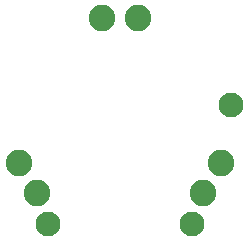
<source format=gbr>
%TF.GenerationSoftware,KiCad,Pcbnew,7.0.10*%
%TF.CreationDate,2024-05-01T04:54:26-07:00*%
%TF.ProjectId,bbsolderingTest,6262736f-6c64-4657-9269-6e6754657374,rev?*%
%TF.SameCoordinates,Original*%
%TF.FileFunction,Soldermask,Bot*%
%TF.FilePolarity,Negative*%
%FSLAX46Y46*%
G04 Gerber Fmt 4.6, Leading zero omitted, Abs format (unit mm)*
G04 Created by KiCad (PCBNEW 7.0.10) date 2024-05-01 04:54:26*
%MOMM*%
%LPD*%
G01*
G04 APERTURE LIST*
%ADD10C,2.250000*%
%ADD11C,2.100000*%
G04 APERTURE END LIST*
D10*
%TO.C,REF\u002A\u002A*%
X1500000Y9000000D03*
%TD*%
D11*
%TO.C,REF\u002A\u002A*%
X9347200Y1676400D03*
%TD*%
D10*
%TO.C,REF\u002A\u002A2*%
X-8544229Y-3200400D03*
%TD*%
%TO.C,REF\u002A\u002A3*%
X7044229Y-5799038D03*
%TD*%
%TO.C,REF\u002A\u002A1*%
X-7044229Y-5799038D03*
%TD*%
D11*
%TO.C,REF\u002A\u002A*%
X6087988Y-8387821D03*
%TD*%
D10*
%TO.C,REF\u002A\u002A*%
X-1500000Y9000000D03*
%TD*%
%TO.C,REF\u002A\u002A4*%
X8544229Y-3200962D03*
%TD*%
D11*
%TO.C,REF\u002A\u002A*%
X-6096000Y-8382000D03*
%TD*%
M02*

</source>
